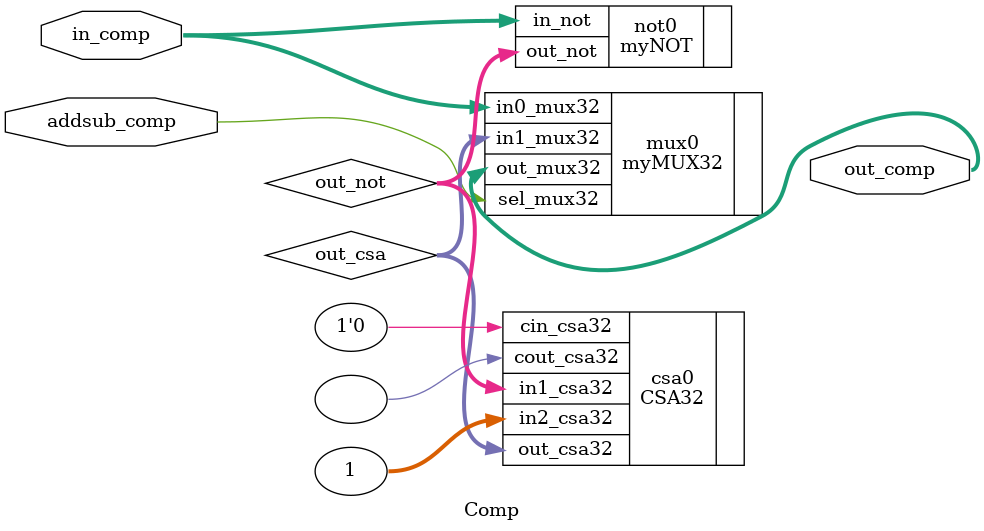
<source format=v>
module Comp (in_comp, addsub_comp, out_comp);
  input [31:0] in_comp;
  input addsub_comp;
  output [31:0] out_comp;
  
  wire [31:0] out_not, out_csa;
  
  myNOT not0(.in_not(in_comp), .out_not(out_not));
  myMUX32 mux0(.in0_mux32(in_comp), .in1_mux32(out_csa), .sel_mux32(addsub_comp), .out_mux32(out_comp));
  CSA32 csa0(.in1_csa32(out_not), .in2_csa32(32'b1), .cin_csa32(1'b0), .cout_csa32(), .out_csa32(out_csa));
endmodule

</source>
